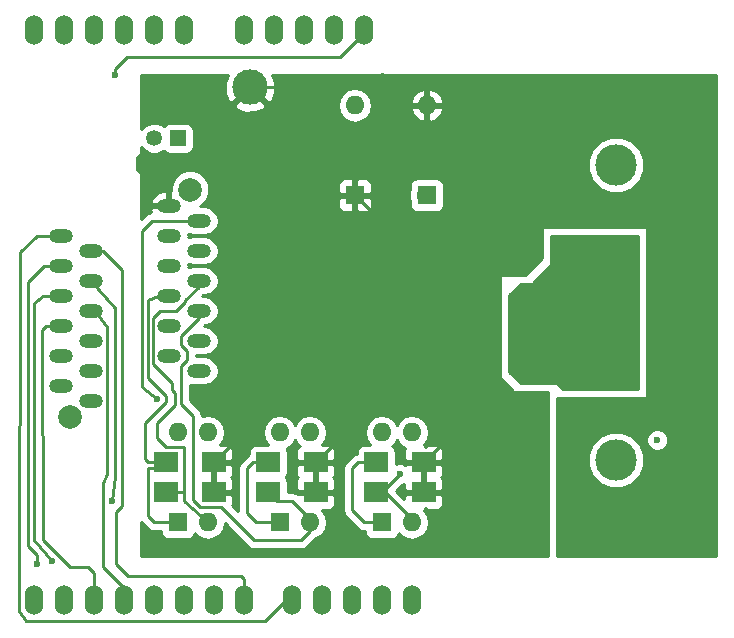
<source format=gbr>
G04 #@! TF.FileFunction,Copper,L2,Bot,Signal*
%FSLAX46Y46*%
G04 Gerber Fmt 4.6, Leading zero omitted, Abs format (unit mm)*
G04 Created by KiCad (PCBNEW 4.0.5) date 01/31/17 23:14:54*
%MOMM*%
%LPD*%
G01*
G04 APERTURE LIST*
%ADD10C,0.100000*%
%ADD11O,2.000000X1.200000*%
%ADD12C,2.000000*%
%ADD13R,1.350000X1.350000*%
%ADD14C,1.350000*%
%ADD15C,3.000000*%
%ADD16R,1.600000X1.600000*%
%ADD17O,1.600000X1.600000*%
%ADD18R,2.000000X1.700000*%
%ADD19C,3.500000*%
%ADD20O,1.524000X2.540000*%
%ADD21C,0.600000*%
%ADD22C,0.250000*%
%ADD23C,0.254000*%
G04 APERTURE END LIST*
D10*
D11*
X159258000Y-97663000D03*
X161798000Y-98933000D03*
X159258000Y-100203000D03*
X161798000Y-101473000D03*
X159258000Y-102743000D03*
X161798000Y-104013000D03*
X159258000Y-105283000D03*
X161798000Y-106553000D03*
X159258000Y-107823000D03*
X161798000Y-109093000D03*
X159258000Y-110363000D03*
X161798000Y-111633000D03*
D12*
X161028000Y-96298000D03*
D13*
X160020000Y-91948000D03*
D14*
X158020000Y-91948000D03*
D15*
X166116000Y-87630000D03*
D16*
X168656000Y-124460000D03*
D17*
X171196000Y-116840000D03*
X171196000Y-124460000D03*
X168656000Y-116840000D03*
D16*
X181102000Y-96774000D03*
D17*
X181102000Y-89154000D03*
D16*
X160020000Y-124460000D03*
D17*
X162560000Y-116840000D03*
X162560000Y-124460000D03*
X160020000Y-116840000D03*
D16*
X177292000Y-124460000D03*
D17*
X179832000Y-116840000D03*
X179832000Y-124460000D03*
X177292000Y-116840000D03*
D16*
X175006000Y-96774000D03*
D17*
X175006000Y-89154000D03*
D18*
X176816000Y-121920000D03*
X180816000Y-121920000D03*
X167672000Y-119380000D03*
X171672000Y-119380000D03*
X167672000Y-121920000D03*
X171672000Y-121920000D03*
X159036000Y-119380000D03*
X163036000Y-119380000D03*
X159036000Y-121920000D03*
X163036000Y-121920000D03*
X176816000Y-119380000D03*
X180816000Y-119380000D03*
D11*
X152654000Y-114173000D03*
X150114000Y-112903000D03*
X152654000Y-111633000D03*
X150114000Y-110363000D03*
X152654000Y-109093000D03*
X150114000Y-107823000D03*
X152654000Y-106553000D03*
X150114000Y-105283000D03*
X152654000Y-104013000D03*
X150114000Y-102743000D03*
X152654000Y-101473000D03*
X150114000Y-100203000D03*
D12*
X150884000Y-115538000D03*
D19*
X197104000Y-94180000D03*
X197104000Y-119180000D03*
D20*
X147828000Y-82804000D03*
X150368000Y-82804000D03*
X152908000Y-82804000D03*
X160528000Y-82804000D03*
X157988000Y-82804000D03*
X155448000Y-82804000D03*
X165608000Y-82804000D03*
X168148000Y-82804000D03*
X170688000Y-82804000D03*
X175768000Y-82804000D03*
X147828000Y-131064000D03*
X150368000Y-131064000D03*
X152908000Y-131064000D03*
X155448000Y-131064000D03*
X157988000Y-131064000D03*
X160528000Y-131064000D03*
X163068000Y-131064000D03*
X165608000Y-131064000D03*
X169672000Y-131064000D03*
X172212000Y-131064000D03*
X174752000Y-131064000D03*
X177292000Y-131064000D03*
X179832000Y-131064000D03*
X173228000Y-82804000D03*
D21*
X188595000Y-114427000D03*
X186690000Y-119380000D03*
X174117000Y-100711000D03*
X170942000Y-90424000D03*
X200660000Y-110744000D03*
X200660000Y-108204000D03*
X200660000Y-105156000D03*
X200660000Y-102616000D03*
X171704000Y-100838000D03*
X183642000Y-104902000D03*
X179832000Y-104648000D03*
X168656000Y-100330000D03*
X192532000Y-111760000D03*
X191008000Y-108712000D03*
X158242000Y-114046000D03*
X178816000Y-120396000D03*
X200600000Y-117500000D03*
X154686000Y-86614000D03*
X149352000Y-127762000D03*
X154432000Y-122682000D03*
X148082000Y-128016000D03*
D22*
X188595000Y-114427000D02*
X185293000Y-111125000D01*
X185293000Y-106553000D02*
X183642000Y-104902000D01*
X185293000Y-111125000D02*
X185293000Y-106553000D01*
X200660000Y-102616000D02*
X200660000Y-99568000D01*
X176784000Y-98552000D02*
X175006000Y-96774000D01*
X199644000Y-98552000D02*
X176784000Y-98552000D01*
X200660000Y-99568000D02*
X199644000Y-98552000D01*
X186690000Y-119380000D02*
X186690000Y-116332000D01*
X186690000Y-116332000D02*
X188595000Y-114427000D01*
X186690000Y-119380000D02*
X180816000Y-119380000D01*
X179832000Y-104648000D02*
X178054000Y-104648000D01*
X178054000Y-104648000D02*
X174117000Y-100711000D01*
X175006000Y-99822000D02*
X175006000Y-96774000D01*
X174117000Y-100711000D02*
X175006000Y-99822000D01*
X171672000Y-119380000D02*
X171704000Y-119380000D01*
X171704000Y-119380000D02*
X174752000Y-116332000D01*
X174752000Y-116332000D02*
X174752000Y-115062000D01*
X174752000Y-115062000D02*
X175260000Y-114554000D01*
X175260000Y-114554000D02*
X178562000Y-114554000D01*
X178562000Y-114554000D02*
X179324000Y-114554000D01*
X179324000Y-114554000D02*
X182118000Y-114554000D01*
X182118000Y-114554000D02*
X182626000Y-115062000D01*
X182626000Y-115062000D02*
X182626000Y-117570000D01*
X182626000Y-117570000D02*
X180816000Y-119380000D01*
X180816000Y-119380000D02*
X180816000Y-118904000D01*
X171672000Y-118904000D02*
X171672000Y-119380000D01*
X163036000Y-119380000D02*
X163068000Y-119380000D01*
X163068000Y-119380000D02*
X166624000Y-115824000D01*
X173482000Y-117570000D02*
X171672000Y-119380000D01*
X173482000Y-115824000D02*
X173482000Y-117570000D01*
X172720000Y-115062000D02*
X173482000Y-115824000D01*
X167132000Y-115062000D02*
X172720000Y-115062000D01*
X166624000Y-115570000D02*
X167132000Y-115062000D01*
X166624000Y-115824000D02*
X166624000Y-115570000D01*
X180816000Y-121920000D02*
X180816000Y-119380000D01*
X171672000Y-121920000D02*
X171672000Y-119380000D01*
X163036000Y-121920000D02*
X163036000Y-119380000D01*
X175006000Y-93472000D02*
X175006000Y-96774000D01*
X171958000Y-90424000D02*
X175006000Y-93472000D01*
X170942000Y-90424000D02*
X171958000Y-90424000D01*
X181102000Y-89154000D02*
X178816000Y-89154000D01*
X177292000Y-87630000D02*
X166116000Y-87630000D01*
X178816000Y-89154000D02*
X177292000Y-87630000D01*
X175006000Y-96774000D02*
X175006000Y-93726000D01*
X175006000Y-93726000D02*
X179578000Y-89154000D01*
X179578000Y-89154000D02*
X181102000Y-89154000D01*
X200660000Y-110490000D02*
X200660000Y-108204000D01*
X200660000Y-110744000D02*
X200660000Y-110490000D01*
X200660000Y-107188000D02*
X200660000Y-105156000D01*
X200660000Y-108204000D02*
X200660000Y-107188000D01*
X200660000Y-102616000D02*
X200660000Y-105156000D01*
X171196000Y-100330000D02*
X168656000Y-100330000D01*
X171704000Y-100838000D02*
X171196000Y-100330000D01*
X183642000Y-104902000D02*
X183388000Y-104648000D01*
X183388000Y-104648000D02*
X179832000Y-104648000D01*
X159258000Y-97663000D02*
X159258000Y-94742000D01*
X159258000Y-94742000D02*
X159512000Y-94488000D01*
X159512000Y-94488000D02*
X167132000Y-94488000D01*
X167132000Y-94488000D02*
X167640000Y-94996000D01*
X167640000Y-94996000D02*
X167640000Y-99314000D01*
X167640000Y-99314000D02*
X168656000Y-100330000D01*
X192532000Y-110236000D02*
X192532000Y-111760000D01*
X191008000Y-108712000D02*
X192532000Y-110236000D01*
X161798000Y-98933000D02*
X157861000Y-98933000D01*
X156972000Y-113030000D02*
X158242000Y-114046000D01*
X156972000Y-99822000D02*
X156972000Y-113030000D01*
X157861000Y-98933000D02*
X156972000Y-99822000D01*
X160528000Y-116840000D02*
X160020000Y-116840000D01*
X163068000Y-116840000D02*
X162814000Y-116840000D01*
X161798000Y-104013000D02*
X161798000Y-104521000D01*
X161798000Y-104521000D02*
X160655000Y-105664000D01*
X160655000Y-105664000D02*
X160655000Y-105791000D01*
X160655000Y-105791000D02*
X159893000Y-106553000D01*
X159893000Y-106553000D02*
X158496000Y-106553000D01*
X158496000Y-106553000D02*
X157930002Y-107118998D01*
X157930002Y-107118998D02*
X157930002Y-111067002D01*
X157930002Y-111067002D02*
X159512000Y-112649000D01*
X159036000Y-121920000D02*
X160528000Y-121920000D01*
X159512000Y-113284000D02*
X159512000Y-112649000D01*
X159512000Y-112649000D02*
X159512000Y-112649000D01*
X159766000Y-113538000D02*
X159512000Y-113284000D01*
X159766000Y-114554000D02*
X159766000Y-113538000D01*
X158242000Y-116078000D02*
X159766000Y-114554000D01*
X158242000Y-117348000D02*
X158242000Y-116078000D01*
X159004000Y-118110000D02*
X158242000Y-117348000D01*
X160528000Y-118110000D02*
X159004000Y-118110000D01*
X160528000Y-118110000D02*
X160528000Y-118110000D01*
X160540390Y-119014488D02*
X160528000Y-118110000D01*
X160528000Y-121920000D02*
X160540390Y-119014488D01*
X162560000Y-124460000D02*
X160528000Y-122682000D01*
X160528000Y-121920000D02*
X159036000Y-121920000D01*
X160528000Y-121920000D02*
X160528000Y-121920000D01*
X160528000Y-122682000D02*
X160528000Y-121920000D01*
X159258000Y-105283000D02*
X158369000Y-105283000D01*
X158369000Y-105283000D02*
X157480000Y-105664000D01*
X157480000Y-105664000D02*
X157480000Y-112268000D01*
X157480000Y-112268000D02*
X159004000Y-113792000D01*
X159004000Y-113792000D02*
X159004000Y-114300000D01*
X159004000Y-114300000D02*
X157226000Y-116078000D01*
X157226000Y-116078000D02*
X157226000Y-119126000D01*
X157226000Y-119126000D02*
X157480000Y-119380000D01*
X157480000Y-119380000D02*
X159036000Y-119380000D01*
X158528000Y-119888000D02*
X157480000Y-119888000D01*
X157988000Y-124460000D02*
X157480000Y-123952000D01*
X157480000Y-123952000D02*
X157480000Y-119888000D01*
X157988000Y-124460000D02*
X160020000Y-124460000D01*
X158528000Y-119888000D02*
X159036000Y-119380000D01*
X171196000Y-124460000D02*
X171196000Y-125222000D01*
X171196000Y-125222000D02*
X170434000Y-125984000D01*
X161798000Y-107188000D02*
X161798000Y-106553000D01*
X160274000Y-108712000D02*
X161798000Y-107188000D01*
X160274000Y-109474000D02*
X160274000Y-108712000D01*
X160782000Y-109982000D02*
X160274000Y-109474000D01*
X160782000Y-110744000D02*
X160782000Y-109982000D01*
X160274000Y-111252000D02*
X160782000Y-110744000D01*
X160274000Y-114427000D02*
X160274000Y-111252000D01*
X161290000Y-115443000D02*
X160274000Y-114427000D01*
X161290000Y-122555000D02*
X161290000Y-115443000D01*
X161925000Y-123190000D02*
X161290000Y-122555000D01*
X163703000Y-123190000D02*
X161925000Y-123190000D01*
X166497000Y-125984000D02*
X163703000Y-123190000D01*
X170434000Y-125984000D02*
X166497000Y-125984000D01*
X171196000Y-124460000D02*
X171196000Y-124206000D01*
X171196000Y-124206000D02*
X169672000Y-122682000D01*
X169672000Y-122682000D02*
X168434000Y-122682000D01*
X168434000Y-122682000D02*
X167672000Y-121920000D01*
X168656000Y-124460000D02*
X166624000Y-124460000D01*
X166370000Y-119380000D02*
X167672000Y-119380000D01*
X165862000Y-119888000D02*
X166370000Y-119380000D01*
X165862000Y-123698000D02*
X165862000Y-119888000D01*
X166624000Y-124460000D02*
X165862000Y-123698000D01*
X176816000Y-121920000D02*
X177292000Y-121920000D01*
X177292000Y-121920000D02*
X178816000Y-120396000D01*
X179832000Y-124460000D02*
X179832000Y-124206000D01*
X179832000Y-124206000D02*
X177546000Y-121920000D01*
X177546000Y-121920000D02*
X176816000Y-121920000D01*
X177292000Y-124460000D02*
X175768000Y-124460000D01*
X175260000Y-119380000D02*
X176816000Y-119380000D01*
X174752000Y-119888000D02*
X175260000Y-119380000D01*
X174752000Y-123444000D02*
X174752000Y-119888000D01*
X175768000Y-124460000D02*
X174752000Y-123444000D01*
X177292000Y-124460000D02*
X177292000Y-123952000D01*
X180340000Y-97028000D02*
X180340000Y-96520000D01*
X175768000Y-82804000D02*
X175768000Y-83058000D01*
X175768000Y-83058000D02*
X173736000Y-85090000D01*
X173736000Y-85090000D02*
X155702000Y-85090000D01*
X155702000Y-85090000D02*
X154686000Y-86106000D01*
X154686000Y-86106000D02*
X154686000Y-86614000D01*
X152908000Y-131064000D02*
X152908000Y-128778000D01*
X148844000Y-107823000D02*
X150114000Y-107823000D01*
X148529247Y-108144527D02*
X148844000Y-107823000D01*
X148590000Y-125984000D02*
X148529247Y-108144527D01*
X150876000Y-128270000D02*
X148590000Y-125984000D01*
X152400000Y-128270000D02*
X150876000Y-128270000D01*
X152908000Y-128778000D02*
X152400000Y-128270000D01*
X152654000Y-106553000D02*
X153035000Y-106553000D01*
X153035000Y-106553000D02*
X154051000Y-107950000D01*
X152527000Y-106426000D02*
X152654000Y-106553000D01*
X154051000Y-120396000D02*
X153670000Y-121158000D01*
X154051000Y-107950000D02*
X154051000Y-120396000D01*
X153670000Y-128270000D02*
X155448000Y-130048000D01*
X153670000Y-121158000D02*
X153670000Y-128270000D01*
X155448000Y-130048000D02*
X155448000Y-131064000D01*
X155448000Y-131064000D02*
X155448000Y-131572000D01*
X150114000Y-105283000D02*
X148591380Y-105268180D01*
X147828000Y-125984000D02*
X149352000Y-127762000D01*
X147828000Y-105918000D02*
X147828000Y-125984000D01*
X148591380Y-105268180D02*
X147828000Y-105918000D01*
X154686000Y-106299000D02*
X152654000Y-104013000D01*
X154686000Y-120523000D02*
X154686000Y-106299000D01*
X154432000Y-122682000D02*
X154686000Y-120523000D01*
X150114000Y-102743000D02*
X148717000Y-102743000D01*
X148082000Y-127254000D02*
X148082000Y-128016000D01*
X147320000Y-126492000D02*
X148082000Y-127254000D01*
X147320000Y-104140000D02*
X147320000Y-126492000D01*
X148717000Y-102743000D02*
X147320000Y-104140000D01*
X153670000Y-101473000D02*
X152654000Y-101473000D01*
X155321000Y-103124000D02*
X153670000Y-101473000D01*
X155321000Y-123063000D02*
X155321000Y-103124000D01*
X154813000Y-123571000D02*
X155321000Y-123063000D01*
X165608000Y-131064000D02*
X165608000Y-129286000D01*
X154813000Y-128016000D02*
X154813000Y-123571000D01*
X155829000Y-129032000D02*
X154813000Y-128016000D01*
X165354000Y-129032000D02*
X155829000Y-129032000D01*
X165608000Y-129286000D02*
X165354000Y-129032000D01*
X165608000Y-131064000D02*
X165608000Y-129794000D01*
X169672000Y-131064000D02*
X169164000Y-131064000D01*
X169164000Y-131064000D02*
X167386000Y-132842000D01*
X148082000Y-100203000D02*
X150114000Y-100203000D01*
X146685000Y-101600000D02*
X148082000Y-100203000D01*
X146558000Y-131191000D02*
X146685000Y-101600000D01*
X146558000Y-131953000D02*
X146558000Y-131191000D01*
X147193000Y-132842000D02*
X146558000Y-131953000D01*
X167386000Y-132842000D02*
X147193000Y-132842000D01*
D23*
G36*
X199009000Y-113157000D02*
X192584606Y-113157000D01*
X192113803Y-112686197D01*
X192071789Y-112658334D01*
X192024000Y-112649000D01*
X189028606Y-112649000D01*
X188087000Y-111707394D01*
X188087000Y-105208606D01*
X189028606Y-104267000D01*
X189992000Y-104267000D01*
X190041410Y-104256994D01*
X190081803Y-104229803D01*
X191605803Y-102705803D01*
X191633666Y-102663789D01*
X191643000Y-102616000D01*
X191643000Y-100203000D01*
X199009000Y-100203000D01*
X199009000Y-113157000D01*
X199009000Y-113157000D01*
G37*
X199009000Y-113157000D02*
X192584606Y-113157000D01*
X192113803Y-112686197D01*
X192071789Y-112658334D01*
X192024000Y-112649000D01*
X189028606Y-112649000D01*
X188087000Y-111707394D01*
X188087000Y-105208606D01*
X189028606Y-104267000D01*
X189992000Y-104267000D01*
X190041410Y-104256994D01*
X190081803Y-104229803D01*
X191605803Y-102705803D01*
X191633666Y-102663789D01*
X191643000Y-102616000D01*
X191643000Y-100203000D01*
X199009000Y-100203000D01*
X199009000Y-113157000D01*
G36*
X177546000Y-86562000D02*
X205538000Y-86562000D01*
X205538000Y-127306000D01*
X192151000Y-127306000D01*
X192151000Y-119652325D01*
X194718587Y-119652325D01*
X195080916Y-120529229D01*
X195751242Y-121200726D01*
X196627513Y-121564585D01*
X197576325Y-121565413D01*
X198453229Y-121203084D01*
X199124726Y-120532758D01*
X199488585Y-119656487D01*
X199489413Y-118707675D01*
X199127084Y-117830771D01*
X198981734Y-117685167D01*
X199664838Y-117685167D01*
X199806883Y-118028943D01*
X200069673Y-118292192D01*
X200413201Y-118434838D01*
X200785167Y-118435162D01*
X201128943Y-118293117D01*
X201392192Y-118030327D01*
X201534838Y-117686799D01*
X201535162Y-117314833D01*
X201393117Y-116971057D01*
X201130327Y-116707808D01*
X200786799Y-116565162D01*
X200414833Y-116564838D01*
X200071057Y-116706883D01*
X199807808Y-116969673D01*
X199665162Y-117313201D01*
X199664838Y-117685167D01*
X198981734Y-117685167D01*
X198456758Y-117159274D01*
X197580487Y-116795415D01*
X196631675Y-116794587D01*
X195754771Y-117156916D01*
X195083274Y-117827242D01*
X194719415Y-118703513D01*
X194718587Y-119652325D01*
X192151000Y-119652325D01*
X192151000Y-113919000D01*
X199644000Y-113919000D01*
X199693410Y-113908994D01*
X199735035Y-113880553D01*
X199762315Y-113838159D01*
X199771000Y-113792000D01*
X199771000Y-99568000D01*
X199760994Y-99518590D01*
X199732553Y-99476965D01*
X199690159Y-99449685D01*
X199644000Y-99441000D01*
X191008000Y-99441000D01*
X190958590Y-99451006D01*
X190916965Y-99479447D01*
X190889685Y-99521841D01*
X190881000Y-99568000D01*
X190881000Y-102055394D01*
X189431394Y-103505000D01*
X187452000Y-103505000D01*
X187402590Y-103515006D01*
X187360965Y-103543447D01*
X187333685Y-103585841D01*
X187325000Y-103632000D01*
X187325000Y-112268000D01*
X187335006Y-112317410D01*
X187362197Y-112357803D01*
X188378197Y-113373803D01*
X188420211Y-113401666D01*
X188468000Y-113411000D01*
X191389000Y-113411000D01*
X191389000Y-127306000D01*
X156920000Y-127306000D01*
X156920000Y-124455579D01*
X156942599Y-124489401D01*
X157450599Y-124997401D01*
X157697161Y-125162148D01*
X157988000Y-125220000D01*
X158572560Y-125220000D01*
X158572560Y-125260000D01*
X158616838Y-125495317D01*
X158755910Y-125711441D01*
X158968110Y-125856431D01*
X159220000Y-125907440D01*
X160820000Y-125907440D01*
X161055317Y-125863162D01*
X161271441Y-125724090D01*
X161416431Y-125511890D01*
X161447815Y-125356911D01*
X161545302Y-125502811D01*
X162010849Y-125813880D01*
X162560000Y-125923113D01*
X163109151Y-125813880D01*
X163574698Y-125502811D01*
X163885767Y-125037264D01*
X163983604Y-124545406D01*
X165959599Y-126521401D01*
X166206161Y-126686148D01*
X166497000Y-126744000D01*
X170434000Y-126744000D01*
X170724839Y-126686148D01*
X170971401Y-126521401D01*
X171662477Y-125830325D01*
X171745151Y-125813880D01*
X172210698Y-125502811D01*
X172521767Y-125037264D01*
X172631000Y-124488113D01*
X172631000Y-124431887D01*
X172521767Y-123882736D01*
X172210698Y-123417189D01*
X172192456Y-123405000D01*
X172798309Y-123405000D01*
X173031698Y-123308327D01*
X173210327Y-123129699D01*
X173307000Y-122896310D01*
X173307000Y-122205750D01*
X173148250Y-122047000D01*
X171799000Y-122047000D01*
X171799000Y-122067000D01*
X171545000Y-122067000D01*
X171545000Y-122047000D01*
X170195750Y-122047000D01*
X170142711Y-122100039D01*
X169962839Y-121979852D01*
X169672000Y-121922000D01*
X169319440Y-121922000D01*
X169319440Y-121070000D01*
X169275162Y-120834683D01*
X169154985Y-120647923D01*
X169268431Y-120481890D01*
X169319440Y-120230000D01*
X169319440Y-119665750D01*
X170037000Y-119665750D01*
X170037000Y-120356310D01*
X170133673Y-120589699D01*
X170193974Y-120650000D01*
X170133673Y-120710301D01*
X170037000Y-120943690D01*
X170037000Y-121634250D01*
X170195750Y-121793000D01*
X171545000Y-121793000D01*
X171545000Y-119507000D01*
X171799000Y-119507000D01*
X171799000Y-121793000D01*
X173148250Y-121793000D01*
X173307000Y-121634250D01*
X173307000Y-120943690D01*
X173210327Y-120710301D01*
X173150026Y-120650000D01*
X173210327Y-120589699D01*
X173307000Y-120356310D01*
X173307000Y-119888000D01*
X173992000Y-119888000D01*
X173992000Y-123444000D01*
X174049852Y-123734839D01*
X174214599Y-123981401D01*
X175230599Y-124997401D01*
X175477161Y-125162148D01*
X175768000Y-125220000D01*
X175844560Y-125220000D01*
X175844560Y-125260000D01*
X175888838Y-125495317D01*
X176027910Y-125711441D01*
X176240110Y-125856431D01*
X176492000Y-125907440D01*
X178092000Y-125907440D01*
X178327317Y-125863162D01*
X178543441Y-125724090D01*
X178688431Y-125511890D01*
X178719815Y-125356911D01*
X178817302Y-125502811D01*
X179282849Y-125813880D01*
X179832000Y-125923113D01*
X180381151Y-125813880D01*
X180846698Y-125502811D01*
X181157767Y-125037264D01*
X181267000Y-124488113D01*
X181267000Y-124431887D01*
X181157767Y-123882736D01*
X180846698Y-123417189D01*
X180828456Y-123405000D01*
X180943002Y-123405000D01*
X180943002Y-123246252D01*
X181101750Y-123405000D01*
X181942309Y-123405000D01*
X182175698Y-123308327D01*
X182354327Y-123129699D01*
X182451000Y-122896310D01*
X182451000Y-122205750D01*
X182292250Y-122047000D01*
X180943000Y-122047000D01*
X180943000Y-122067000D01*
X180689000Y-122067000D01*
X180689000Y-122047000D01*
X179339750Y-122047000D01*
X179181000Y-122205750D01*
X179181000Y-122480198D01*
X178493802Y-121793000D01*
X178955680Y-121331122D01*
X179001167Y-121331162D01*
X179181000Y-121256857D01*
X179181000Y-121634250D01*
X179339750Y-121793000D01*
X180689000Y-121793000D01*
X180689000Y-119507000D01*
X180943000Y-119507000D01*
X180943000Y-121793000D01*
X182292250Y-121793000D01*
X182451000Y-121634250D01*
X182451000Y-120943690D01*
X182354327Y-120710301D01*
X182294026Y-120650000D01*
X182354327Y-120589699D01*
X182451000Y-120356310D01*
X182451000Y-119665750D01*
X182292250Y-119507000D01*
X180943000Y-119507000D01*
X180689000Y-119507000D01*
X179339750Y-119507000D01*
X179273276Y-119573474D01*
X179002799Y-119461162D01*
X178630833Y-119460838D01*
X178463440Y-119530003D01*
X178463440Y-118530000D01*
X178419162Y-118294683D01*
X178280090Y-118078559D01*
X178148403Y-117988581D01*
X178306698Y-117882811D01*
X178562000Y-117500725D01*
X178817302Y-117882811D01*
X179271145Y-118186060D01*
X179181000Y-118403690D01*
X179181000Y-119094250D01*
X179339750Y-119253000D01*
X180689000Y-119253000D01*
X180689000Y-119233000D01*
X180943000Y-119233000D01*
X180943000Y-119253000D01*
X182292250Y-119253000D01*
X182451000Y-119094250D01*
X182451000Y-118403690D01*
X182354327Y-118170301D01*
X182175698Y-117991673D01*
X181942309Y-117895000D01*
X181101750Y-117895000D01*
X180943002Y-118053748D01*
X180943002Y-117895000D01*
X180828456Y-117895000D01*
X180846698Y-117882811D01*
X181157767Y-117417264D01*
X181267000Y-116868113D01*
X181267000Y-116811887D01*
X181157767Y-116262736D01*
X180846698Y-115797189D01*
X180381151Y-115486120D01*
X179832000Y-115376887D01*
X179282849Y-115486120D01*
X178817302Y-115797189D01*
X178562000Y-116179275D01*
X178306698Y-115797189D01*
X177841151Y-115486120D01*
X177292000Y-115376887D01*
X176742849Y-115486120D01*
X176277302Y-115797189D01*
X175966233Y-116262736D01*
X175857000Y-116811887D01*
X175857000Y-116868113D01*
X175966233Y-117417264D01*
X176277134Y-117882560D01*
X175816000Y-117882560D01*
X175580683Y-117926838D01*
X175364559Y-118065910D01*
X175219569Y-118278110D01*
X175168560Y-118530000D01*
X175168560Y-118638189D01*
X174969161Y-118677852D01*
X174768172Y-118812148D01*
X174722599Y-118842599D01*
X174214599Y-119350599D01*
X174049852Y-119597161D01*
X173992000Y-119888000D01*
X173307000Y-119888000D01*
X173307000Y-119665750D01*
X173148250Y-119507000D01*
X171799000Y-119507000D01*
X171545000Y-119507000D01*
X170195750Y-119507000D01*
X170037000Y-119665750D01*
X169319440Y-119665750D01*
X169319440Y-118530000D01*
X169275162Y-118294683D01*
X169208750Y-118191475D01*
X169670698Y-117882811D01*
X169926000Y-117500725D01*
X170181302Y-117882811D01*
X170332009Y-117983510D01*
X170312302Y-117991673D01*
X170133673Y-118170301D01*
X170037000Y-118403690D01*
X170037000Y-119094250D01*
X170195750Y-119253000D01*
X171545000Y-119253000D01*
X171545000Y-119233000D01*
X171799000Y-119233000D01*
X171799000Y-119253000D01*
X173148250Y-119253000D01*
X173307000Y-119094250D01*
X173307000Y-118403690D01*
X173210327Y-118170301D01*
X173031698Y-117991673D01*
X172798309Y-117895000D01*
X172192456Y-117895000D01*
X172210698Y-117882811D01*
X172521767Y-117417264D01*
X172631000Y-116868113D01*
X172631000Y-116811887D01*
X172521767Y-116262736D01*
X172210698Y-115797189D01*
X171745151Y-115486120D01*
X171196000Y-115376887D01*
X170646849Y-115486120D01*
X170181302Y-115797189D01*
X169926000Y-116179275D01*
X169670698Y-115797189D01*
X169205151Y-115486120D01*
X168656000Y-115376887D01*
X168106849Y-115486120D01*
X167641302Y-115797189D01*
X167330233Y-116262736D01*
X167221000Y-116811887D01*
X167221000Y-116868113D01*
X167330233Y-117417264D01*
X167641134Y-117882560D01*
X166672000Y-117882560D01*
X166436683Y-117926838D01*
X166220559Y-118065910D01*
X166075569Y-118278110D01*
X166024560Y-118530000D01*
X166024560Y-118714335D01*
X165878172Y-118812148D01*
X165832599Y-118842599D01*
X165324599Y-119350599D01*
X165159852Y-119597161D01*
X165102000Y-119888000D01*
X165102000Y-123514198D01*
X164616262Y-123028460D01*
X164671000Y-122896310D01*
X164671000Y-122205750D01*
X164512250Y-122047000D01*
X163163000Y-122047000D01*
X163163000Y-122067000D01*
X162909000Y-122067000D01*
X162909000Y-122047000D01*
X162889000Y-122047000D01*
X162889000Y-121793000D01*
X162909000Y-121793000D01*
X162909000Y-119507000D01*
X163163000Y-119507000D01*
X163163000Y-121793000D01*
X164512250Y-121793000D01*
X164671000Y-121634250D01*
X164671000Y-120943690D01*
X164574327Y-120710301D01*
X164514026Y-120650000D01*
X164574327Y-120589699D01*
X164671000Y-120356310D01*
X164671000Y-119665750D01*
X164512250Y-119507000D01*
X163163000Y-119507000D01*
X162909000Y-119507000D01*
X162889000Y-119507000D01*
X162889000Y-119253000D01*
X162909000Y-119253000D01*
X162909000Y-119233000D01*
X163163000Y-119233000D01*
X163163000Y-119253000D01*
X164512250Y-119253000D01*
X164671000Y-119094250D01*
X164671000Y-118403690D01*
X164574327Y-118170301D01*
X164395698Y-117991673D01*
X164162309Y-117895000D01*
X163556456Y-117895000D01*
X163574698Y-117882811D01*
X163885767Y-117417264D01*
X163995000Y-116868113D01*
X163995000Y-116811887D01*
X163885767Y-116262736D01*
X163574698Y-115797189D01*
X163109151Y-115486120D01*
X162560000Y-115376887D01*
X162050000Y-115478332D01*
X162050000Y-115443000D01*
X161992148Y-115152161D01*
X161827401Y-114905599D01*
X161034000Y-114112198D01*
X161034000Y-112801967D01*
X161365968Y-112868000D01*
X162230032Y-112868000D01*
X162702646Y-112773991D01*
X163103309Y-112506277D01*
X163371023Y-112105614D01*
X163465032Y-111633000D01*
X163371023Y-111160386D01*
X163103309Y-110759723D01*
X162702646Y-110492009D01*
X162230032Y-110398000D01*
X161542000Y-110398000D01*
X161542000Y-110328000D01*
X162230032Y-110328000D01*
X162702646Y-110233991D01*
X163103309Y-109966277D01*
X163371023Y-109565614D01*
X163465032Y-109093000D01*
X163371023Y-108620386D01*
X163103309Y-108219723D01*
X162702646Y-107952009D01*
X162230032Y-107858000D01*
X162202802Y-107858000D01*
X162283422Y-107777380D01*
X162702646Y-107693991D01*
X163103309Y-107426277D01*
X163371023Y-107025614D01*
X163465032Y-106553000D01*
X163371023Y-106080386D01*
X163103309Y-105679723D01*
X162702646Y-105412009D01*
X162230032Y-105318000D01*
X162075802Y-105318000D01*
X162145802Y-105248000D01*
X162230032Y-105248000D01*
X162702646Y-105153991D01*
X163103309Y-104886277D01*
X163371023Y-104485614D01*
X163465032Y-104013000D01*
X163371023Y-103540386D01*
X163103309Y-103139723D01*
X162702646Y-102872009D01*
X162230032Y-102778000D01*
X161365968Y-102778000D01*
X160899618Y-102870763D01*
X160925032Y-102743000D01*
X160899618Y-102615237D01*
X161365968Y-102708000D01*
X162230032Y-102708000D01*
X162702646Y-102613991D01*
X163103309Y-102346277D01*
X163371023Y-101945614D01*
X163465032Y-101473000D01*
X163371023Y-101000386D01*
X163103309Y-100599723D01*
X162702646Y-100332009D01*
X162230032Y-100238000D01*
X161365968Y-100238000D01*
X160899618Y-100330763D01*
X160925032Y-100203000D01*
X160899618Y-100075237D01*
X161365968Y-100168000D01*
X162230032Y-100168000D01*
X162702646Y-100073991D01*
X163103309Y-99806277D01*
X163371023Y-99405614D01*
X163465032Y-98933000D01*
X163371023Y-98460386D01*
X163103309Y-98059723D01*
X162702646Y-97792009D01*
X162230032Y-97698000D01*
X161921224Y-97698000D01*
X161952943Y-97684894D01*
X162413278Y-97225363D01*
X162482046Y-97059750D01*
X173571000Y-97059750D01*
X173571000Y-97700309D01*
X173667673Y-97933698D01*
X173846301Y-98112327D01*
X174079690Y-98209000D01*
X174720250Y-98209000D01*
X174879000Y-98050250D01*
X174879000Y-96901000D01*
X175133000Y-96901000D01*
X175133000Y-98050250D01*
X175291750Y-98209000D01*
X175932310Y-98209000D01*
X176165699Y-98112327D01*
X176344327Y-97933698D01*
X176441000Y-97700309D01*
X176441000Y-97059750D01*
X176282250Y-96901000D01*
X175133000Y-96901000D01*
X174879000Y-96901000D01*
X173729750Y-96901000D01*
X173571000Y-97059750D01*
X162482046Y-97059750D01*
X162662716Y-96624648D01*
X162663284Y-95974205D01*
X162611010Y-95847691D01*
X173571000Y-95847691D01*
X173571000Y-96488250D01*
X173729750Y-96647000D01*
X174879000Y-96647000D01*
X174879000Y-95497750D01*
X175133000Y-95497750D01*
X175133000Y-96647000D01*
X176282250Y-96647000D01*
X176409250Y-96520000D01*
X179580000Y-96520000D01*
X179580000Y-97028000D01*
X179637852Y-97318839D01*
X179654560Y-97343844D01*
X179654560Y-97574000D01*
X179698838Y-97809317D01*
X179837910Y-98025441D01*
X180050110Y-98170431D01*
X180302000Y-98221440D01*
X181902000Y-98221440D01*
X182137317Y-98177162D01*
X182353441Y-98038090D01*
X182498431Y-97825890D01*
X182549440Y-97574000D01*
X182549440Y-95974000D01*
X182505162Y-95738683D01*
X182366090Y-95522559D01*
X182153890Y-95377569D01*
X181902000Y-95326560D01*
X180302000Y-95326560D01*
X180066683Y-95370838D01*
X179850559Y-95509910D01*
X179705569Y-95722110D01*
X179654560Y-95974000D01*
X179654560Y-96204156D01*
X179637852Y-96229161D01*
X179580000Y-96520000D01*
X176409250Y-96520000D01*
X176441000Y-96488250D01*
X176441000Y-95847691D01*
X176344327Y-95614302D01*
X176165699Y-95435673D01*
X175932310Y-95339000D01*
X175291750Y-95339000D01*
X175133000Y-95497750D01*
X174879000Y-95497750D01*
X174720250Y-95339000D01*
X174079690Y-95339000D01*
X173846301Y-95435673D01*
X173667673Y-95614302D01*
X173571000Y-95847691D01*
X162611010Y-95847691D01*
X162414894Y-95373057D01*
X161955363Y-94912722D01*
X161354648Y-94663284D01*
X160704205Y-94662716D01*
X160103057Y-94911106D01*
X159642722Y-95370637D01*
X159393284Y-95971352D01*
X159392885Y-96428000D01*
X159385000Y-96428000D01*
X159385000Y-97536000D01*
X159405000Y-97536000D01*
X159405000Y-97790000D01*
X159385000Y-97790000D01*
X159385000Y-97810000D01*
X159131000Y-97810000D01*
X159131000Y-97790000D01*
X157789269Y-97790000D01*
X157664538Y-97980609D01*
X157668408Y-98018281D01*
X157760797Y-98192932D01*
X157570161Y-98230852D01*
X157323599Y-98395599D01*
X156920000Y-98799198D01*
X156920000Y-97345391D01*
X157664538Y-97345391D01*
X157789269Y-97536000D01*
X159131000Y-97536000D01*
X159131000Y-96428000D01*
X158731000Y-96428000D01*
X158268053Y-96570610D01*
X157894920Y-96879526D01*
X157668408Y-97307719D01*
X157664538Y-97345391D01*
X156920000Y-97345391D01*
X156920000Y-95250000D01*
X156865954Y-94978295D01*
X156712046Y-94747954D01*
X156591000Y-94667074D01*
X156591000Y-94652325D01*
X194718587Y-94652325D01*
X195080916Y-95529229D01*
X195751242Y-96200726D01*
X196627513Y-96564585D01*
X197576325Y-96565413D01*
X198453229Y-96203084D01*
X199124726Y-95532758D01*
X199488585Y-94656487D01*
X199489413Y-93707675D01*
X199127084Y-92830771D01*
X198456758Y-92159274D01*
X197580487Y-91795415D01*
X196631675Y-91794587D01*
X195754771Y-92156916D01*
X195083274Y-92827242D01*
X194719415Y-93703513D01*
X194718587Y-94652325D01*
X156591000Y-94652325D01*
X156591000Y-93546926D01*
X156712046Y-93466046D01*
X156865954Y-93235705D01*
X156920000Y-92964000D01*
X156920000Y-92700317D01*
X157276976Y-93057916D01*
X157758282Y-93257772D01*
X158279432Y-93258226D01*
X158761086Y-93059211D01*
X158828077Y-92992337D01*
X158880910Y-93074441D01*
X159093110Y-93219431D01*
X159345000Y-93270440D01*
X160695000Y-93270440D01*
X160930317Y-93226162D01*
X161146441Y-93087090D01*
X161291431Y-92874890D01*
X161342440Y-92623000D01*
X161342440Y-91273000D01*
X161298162Y-91037683D01*
X161159090Y-90821559D01*
X160946890Y-90676569D01*
X160695000Y-90625560D01*
X159345000Y-90625560D01*
X159109683Y-90669838D01*
X158893559Y-90808910D01*
X158828684Y-90903858D01*
X158763024Y-90838084D01*
X158281718Y-90638228D01*
X157760568Y-90637774D01*
X157278914Y-90836789D01*
X156920000Y-91195077D01*
X156920000Y-89143970D01*
X164781635Y-89143970D01*
X164941418Y-89462739D01*
X165732187Y-89772723D01*
X166581387Y-89756497D01*
X167290582Y-89462739D01*
X167450365Y-89143970D01*
X167432282Y-89125887D01*
X173571000Y-89125887D01*
X173571000Y-89182113D01*
X173680233Y-89731264D01*
X173991302Y-90196811D01*
X174456849Y-90507880D01*
X175006000Y-90617113D01*
X175555151Y-90507880D01*
X176020698Y-90196811D01*
X176331767Y-89731264D01*
X176377163Y-89503041D01*
X179710086Y-89503041D01*
X179949611Y-90009134D01*
X180364577Y-90385041D01*
X180752961Y-90545904D01*
X180975000Y-90423915D01*
X180975000Y-89281000D01*
X181229000Y-89281000D01*
X181229000Y-90423915D01*
X181451039Y-90545904D01*
X181839423Y-90385041D01*
X182254389Y-90009134D01*
X182493914Y-89503041D01*
X182372629Y-89281000D01*
X181229000Y-89281000D01*
X180975000Y-89281000D01*
X179831371Y-89281000D01*
X179710086Y-89503041D01*
X176377163Y-89503041D01*
X176441000Y-89182113D01*
X176441000Y-89125887D01*
X176377164Y-88804959D01*
X179710086Y-88804959D01*
X179831371Y-89027000D01*
X180975000Y-89027000D01*
X180975000Y-87884085D01*
X181229000Y-87884085D01*
X181229000Y-89027000D01*
X182372629Y-89027000D01*
X182493914Y-88804959D01*
X182254389Y-88298866D01*
X181839423Y-87922959D01*
X181451039Y-87762096D01*
X181229000Y-87884085D01*
X180975000Y-87884085D01*
X180752961Y-87762096D01*
X180364577Y-87922959D01*
X179949611Y-88298866D01*
X179710086Y-88804959D01*
X176377164Y-88804959D01*
X176331767Y-88576736D01*
X176020698Y-88111189D01*
X175555151Y-87800120D01*
X175006000Y-87690887D01*
X174456849Y-87800120D01*
X173991302Y-88111189D01*
X173680233Y-88576736D01*
X173571000Y-89125887D01*
X167432282Y-89125887D01*
X166116000Y-87809605D01*
X164781635Y-89143970D01*
X156920000Y-89143970D01*
X156920000Y-86562000D01*
X164241481Y-86562000D01*
X163973277Y-87246187D01*
X163989503Y-88095387D01*
X164283261Y-88804582D01*
X164602030Y-88964365D01*
X165936395Y-87630000D01*
X165922253Y-87615858D01*
X166101858Y-87436253D01*
X166116000Y-87450395D01*
X166130143Y-87436253D01*
X166309748Y-87615858D01*
X166295605Y-87630000D01*
X167629970Y-88964365D01*
X167948739Y-88804582D01*
X168258723Y-88013813D01*
X168242497Y-87164613D01*
X167992887Y-86562000D01*
X177038000Y-86562000D01*
X177292000Y-86511476D01*
X177546000Y-86562000D01*
X177546000Y-86562000D01*
G37*
X177546000Y-86562000D02*
X205538000Y-86562000D01*
X205538000Y-127306000D01*
X192151000Y-127306000D01*
X192151000Y-119652325D01*
X194718587Y-119652325D01*
X195080916Y-120529229D01*
X195751242Y-121200726D01*
X196627513Y-121564585D01*
X197576325Y-121565413D01*
X198453229Y-121203084D01*
X199124726Y-120532758D01*
X199488585Y-119656487D01*
X199489413Y-118707675D01*
X199127084Y-117830771D01*
X198981734Y-117685167D01*
X199664838Y-117685167D01*
X199806883Y-118028943D01*
X200069673Y-118292192D01*
X200413201Y-118434838D01*
X200785167Y-118435162D01*
X201128943Y-118293117D01*
X201392192Y-118030327D01*
X201534838Y-117686799D01*
X201535162Y-117314833D01*
X201393117Y-116971057D01*
X201130327Y-116707808D01*
X200786799Y-116565162D01*
X200414833Y-116564838D01*
X200071057Y-116706883D01*
X199807808Y-116969673D01*
X199665162Y-117313201D01*
X199664838Y-117685167D01*
X198981734Y-117685167D01*
X198456758Y-117159274D01*
X197580487Y-116795415D01*
X196631675Y-116794587D01*
X195754771Y-117156916D01*
X195083274Y-117827242D01*
X194719415Y-118703513D01*
X194718587Y-119652325D01*
X192151000Y-119652325D01*
X192151000Y-113919000D01*
X199644000Y-113919000D01*
X199693410Y-113908994D01*
X199735035Y-113880553D01*
X199762315Y-113838159D01*
X199771000Y-113792000D01*
X199771000Y-99568000D01*
X199760994Y-99518590D01*
X199732553Y-99476965D01*
X199690159Y-99449685D01*
X199644000Y-99441000D01*
X191008000Y-99441000D01*
X190958590Y-99451006D01*
X190916965Y-99479447D01*
X190889685Y-99521841D01*
X190881000Y-99568000D01*
X190881000Y-102055394D01*
X189431394Y-103505000D01*
X187452000Y-103505000D01*
X187402590Y-103515006D01*
X187360965Y-103543447D01*
X187333685Y-103585841D01*
X187325000Y-103632000D01*
X187325000Y-112268000D01*
X187335006Y-112317410D01*
X187362197Y-112357803D01*
X188378197Y-113373803D01*
X188420211Y-113401666D01*
X188468000Y-113411000D01*
X191389000Y-113411000D01*
X191389000Y-127306000D01*
X156920000Y-127306000D01*
X156920000Y-124455579D01*
X156942599Y-124489401D01*
X157450599Y-124997401D01*
X157697161Y-125162148D01*
X157988000Y-125220000D01*
X158572560Y-125220000D01*
X158572560Y-125260000D01*
X158616838Y-125495317D01*
X158755910Y-125711441D01*
X158968110Y-125856431D01*
X159220000Y-125907440D01*
X160820000Y-125907440D01*
X161055317Y-125863162D01*
X161271441Y-125724090D01*
X161416431Y-125511890D01*
X161447815Y-125356911D01*
X161545302Y-125502811D01*
X162010849Y-125813880D01*
X162560000Y-125923113D01*
X163109151Y-125813880D01*
X163574698Y-125502811D01*
X163885767Y-125037264D01*
X163983604Y-124545406D01*
X165959599Y-126521401D01*
X166206161Y-126686148D01*
X166497000Y-126744000D01*
X170434000Y-126744000D01*
X170724839Y-126686148D01*
X170971401Y-126521401D01*
X171662477Y-125830325D01*
X171745151Y-125813880D01*
X172210698Y-125502811D01*
X172521767Y-125037264D01*
X172631000Y-124488113D01*
X172631000Y-124431887D01*
X172521767Y-123882736D01*
X172210698Y-123417189D01*
X172192456Y-123405000D01*
X172798309Y-123405000D01*
X173031698Y-123308327D01*
X173210327Y-123129699D01*
X173307000Y-122896310D01*
X173307000Y-122205750D01*
X173148250Y-122047000D01*
X171799000Y-122047000D01*
X171799000Y-122067000D01*
X171545000Y-122067000D01*
X171545000Y-122047000D01*
X170195750Y-122047000D01*
X170142711Y-122100039D01*
X169962839Y-121979852D01*
X169672000Y-121922000D01*
X169319440Y-121922000D01*
X169319440Y-121070000D01*
X169275162Y-120834683D01*
X169154985Y-120647923D01*
X169268431Y-120481890D01*
X169319440Y-120230000D01*
X169319440Y-119665750D01*
X170037000Y-119665750D01*
X170037000Y-120356310D01*
X170133673Y-120589699D01*
X170193974Y-120650000D01*
X170133673Y-120710301D01*
X170037000Y-120943690D01*
X170037000Y-121634250D01*
X170195750Y-121793000D01*
X171545000Y-121793000D01*
X171545000Y-119507000D01*
X171799000Y-119507000D01*
X171799000Y-121793000D01*
X173148250Y-121793000D01*
X173307000Y-121634250D01*
X173307000Y-120943690D01*
X173210327Y-120710301D01*
X173150026Y-120650000D01*
X173210327Y-120589699D01*
X173307000Y-120356310D01*
X173307000Y-119888000D01*
X173992000Y-119888000D01*
X173992000Y-123444000D01*
X174049852Y-123734839D01*
X174214599Y-123981401D01*
X175230599Y-124997401D01*
X175477161Y-125162148D01*
X175768000Y-125220000D01*
X175844560Y-125220000D01*
X175844560Y-125260000D01*
X175888838Y-125495317D01*
X176027910Y-125711441D01*
X176240110Y-125856431D01*
X176492000Y-125907440D01*
X178092000Y-125907440D01*
X178327317Y-125863162D01*
X178543441Y-125724090D01*
X178688431Y-125511890D01*
X178719815Y-125356911D01*
X178817302Y-125502811D01*
X179282849Y-125813880D01*
X179832000Y-125923113D01*
X180381151Y-125813880D01*
X180846698Y-125502811D01*
X181157767Y-125037264D01*
X181267000Y-124488113D01*
X181267000Y-124431887D01*
X181157767Y-123882736D01*
X180846698Y-123417189D01*
X180828456Y-123405000D01*
X180943002Y-123405000D01*
X180943002Y-123246252D01*
X181101750Y-123405000D01*
X181942309Y-123405000D01*
X182175698Y-123308327D01*
X182354327Y-123129699D01*
X182451000Y-122896310D01*
X182451000Y-122205750D01*
X182292250Y-122047000D01*
X180943000Y-122047000D01*
X180943000Y-122067000D01*
X180689000Y-122067000D01*
X180689000Y-122047000D01*
X179339750Y-122047000D01*
X179181000Y-122205750D01*
X179181000Y-122480198D01*
X178493802Y-121793000D01*
X178955680Y-121331122D01*
X179001167Y-121331162D01*
X179181000Y-121256857D01*
X179181000Y-121634250D01*
X179339750Y-121793000D01*
X180689000Y-121793000D01*
X180689000Y-119507000D01*
X180943000Y-119507000D01*
X180943000Y-121793000D01*
X182292250Y-121793000D01*
X182451000Y-121634250D01*
X182451000Y-120943690D01*
X182354327Y-120710301D01*
X182294026Y-120650000D01*
X182354327Y-120589699D01*
X182451000Y-120356310D01*
X182451000Y-119665750D01*
X182292250Y-119507000D01*
X180943000Y-119507000D01*
X180689000Y-119507000D01*
X179339750Y-119507000D01*
X179273276Y-119573474D01*
X179002799Y-119461162D01*
X178630833Y-119460838D01*
X178463440Y-119530003D01*
X178463440Y-118530000D01*
X178419162Y-118294683D01*
X178280090Y-118078559D01*
X178148403Y-117988581D01*
X178306698Y-117882811D01*
X178562000Y-117500725D01*
X178817302Y-117882811D01*
X179271145Y-118186060D01*
X179181000Y-118403690D01*
X179181000Y-119094250D01*
X179339750Y-119253000D01*
X180689000Y-119253000D01*
X180689000Y-119233000D01*
X180943000Y-119233000D01*
X180943000Y-119253000D01*
X182292250Y-119253000D01*
X182451000Y-119094250D01*
X182451000Y-118403690D01*
X182354327Y-118170301D01*
X182175698Y-117991673D01*
X181942309Y-117895000D01*
X181101750Y-117895000D01*
X180943002Y-118053748D01*
X180943002Y-117895000D01*
X180828456Y-117895000D01*
X180846698Y-117882811D01*
X181157767Y-117417264D01*
X181267000Y-116868113D01*
X181267000Y-116811887D01*
X181157767Y-116262736D01*
X180846698Y-115797189D01*
X180381151Y-115486120D01*
X179832000Y-115376887D01*
X179282849Y-115486120D01*
X178817302Y-115797189D01*
X178562000Y-116179275D01*
X178306698Y-115797189D01*
X177841151Y-115486120D01*
X177292000Y-115376887D01*
X176742849Y-115486120D01*
X176277302Y-115797189D01*
X175966233Y-116262736D01*
X175857000Y-116811887D01*
X175857000Y-116868113D01*
X175966233Y-117417264D01*
X176277134Y-117882560D01*
X175816000Y-117882560D01*
X175580683Y-117926838D01*
X175364559Y-118065910D01*
X175219569Y-118278110D01*
X175168560Y-118530000D01*
X175168560Y-118638189D01*
X174969161Y-118677852D01*
X174768172Y-118812148D01*
X174722599Y-118842599D01*
X174214599Y-119350599D01*
X174049852Y-119597161D01*
X173992000Y-119888000D01*
X173307000Y-119888000D01*
X173307000Y-119665750D01*
X173148250Y-119507000D01*
X171799000Y-119507000D01*
X171545000Y-119507000D01*
X170195750Y-119507000D01*
X170037000Y-119665750D01*
X169319440Y-119665750D01*
X169319440Y-118530000D01*
X169275162Y-118294683D01*
X169208750Y-118191475D01*
X169670698Y-117882811D01*
X169926000Y-117500725D01*
X170181302Y-117882811D01*
X170332009Y-117983510D01*
X170312302Y-117991673D01*
X170133673Y-118170301D01*
X170037000Y-118403690D01*
X170037000Y-119094250D01*
X170195750Y-119253000D01*
X171545000Y-119253000D01*
X171545000Y-119233000D01*
X171799000Y-119233000D01*
X171799000Y-119253000D01*
X173148250Y-119253000D01*
X173307000Y-119094250D01*
X173307000Y-118403690D01*
X173210327Y-118170301D01*
X173031698Y-117991673D01*
X172798309Y-117895000D01*
X172192456Y-117895000D01*
X172210698Y-117882811D01*
X172521767Y-117417264D01*
X172631000Y-116868113D01*
X172631000Y-116811887D01*
X172521767Y-116262736D01*
X172210698Y-115797189D01*
X171745151Y-115486120D01*
X171196000Y-115376887D01*
X170646849Y-115486120D01*
X170181302Y-115797189D01*
X169926000Y-116179275D01*
X169670698Y-115797189D01*
X169205151Y-115486120D01*
X168656000Y-115376887D01*
X168106849Y-115486120D01*
X167641302Y-115797189D01*
X167330233Y-116262736D01*
X167221000Y-116811887D01*
X167221000Y-116868113D01*
X167330233Y-117417264D01*
X167641134Y-117882560D01*
X166672000Y-117882560D01*
X166436683Y-117926838D01*
X166220559Y-118065910D01*
X166075569Y-118278110D01*
X166024560Y-118530000D01*
X166024560Y-118714335D01*
X165878172Y-118812148D01*
X165832599Y-118842599D01*
X165324599Y-119350599D01*
X165159852Y-119597161D01*
X165102000Y-119888000D01*
X165102000Y-123514198D01*
X164616262Y-123028460D01*
X164671000Y-122896310D01*
X164671000Y-122205750D01*
X164512250Y-122047000D01*
X163163000Y-122047000D01*
X163163000Y-122067000D01*
X162909000Y-122067000D01*
X162909000Y-122047000D01*
X162889000Y-122047000D01*
X162889000Y-121793000D01*
X162909000Y-121793000D01*
X162909000Y-119507000D01*
X163163000Y-119507000D01*
X163163000Y-121793000D01*
X164512250Y-121793000D01*
X164671000Y-121634250D01*
X164671000Y-120943690D01*
X164574327Y-120710301D01*
X164514026Y-120650000D01*
X164574327Y-120589699D01*
X164671000Y-120356310D01*
X164671000Y-119665750D01*
X164512250Y-119507000D01*
X163163000Y-119507000D01*
X162909000Y-119507000D01*
X162889000Y-119507000D01*
X162889000Y-119253000D01*
X162909000Y-119253000D01*
X162909000Y-119233000D01*
X163163000Y-119233000D01*
X163163000Y-119253000D01*
X164512250Y-119253000D01*
X164671000Y-119094250D01*
X164671000Y-118403690D01*
X164574327Y-118170301D01*
X164395698Y-117991673D01*
X164162309Y-117895000D01*
X163556456Y-117895000D01*
X163574698Y-117882811D01*
X163885767Y-117417264D01*
X163995000Y-116868113D01*
X163995000Y-116811887D01*
X163885767Y-116262736D01*
X163574698Y-115797189D01*
X163109151Y-115486120D01*
X162560000Y-115376887D01*
X162050000Y-115478332D01*
X162050000Y-115443000D01*
X161992148Y-115152161D01*
X161827401Y-114905599D01*
X161034000Y-114112198D01*
X161034000Y-112801967D01*
X161365968Y-112868000D01*
X162230032Y-112868000D01*
X162702646Y-112773991D01*
X163103309Y-112506277D01*
X163371023Y-112105614D01*
X163465032Y-111633000D01*
X163371023Y-111160386D01*
X163103309Y-110759723D01*
X162702646Y-110492009D01*
X162230032Y-110398000D01*
X161542000Y-110398000D01*
X161542000Y-110328000D01*
X162230032Y-110328000D01*
X162702646Y-110233991D01*
X163103309Y-109966277D01*
X163371023Y-109565614D01*
X163465032Y-109093000D01*
X163371023Y-108620386D01*
X163103309Y-108219723D01*
X162702646Y-107952009D01*
X162230032Y-107858000D01*
X162202802Y-107858000D01*
X162283422Y-107777380D01*
X162702646Y-107693991D01*
X163103309Y-107426277D01*
X163371023Y-107025614D01*
X163465032Y-106553000D01*
X163371023Y-106080386D01*
X163103309Y-105679723D01*
X162702646Y-105412009D01*
X162230032Y-105318000D01*
X162075802Y-105318000D01*
X162145802Y-105248000D01*
X162230032Y-105248000D01*
X162702646Y-105153991D01*
X163103309Y-104886277D01*
X163371023Y-104485614D01*
X163465032Y-104013000D01*
X163371023Y-103540386D01*
X163103309Y-103139723D01*
X162702646Y-102872009D01*
X162230032Y-102778000D01*
X161365968Y-102778000D01*
X160899618Y-102870763D01*
X160925032Y-102743000D01*
X160899618Y-102615237D01*
X161365968Y-102708000D01*
X162230032Y-102708000D01*
X162702646Y-102613991D01*
X163103309Y-102346277D01*
X163371023Y-101945614D01*
X163465032Y-101473000D01*
X163371023Y-101000386D01*
X163103309Y-100599723D01*
X162702646Y-100332009D01*
X162230032Y-100238000D01*
X161365968Y-100238000D01*
X160899618Y-100330763D01*
X160925032Y-100203000D01*
X160899618Y-100075237D01*
X161365968Y-100168000D01*
X162230032Y-100168000D01*
X162702646Y-100073991D01*
X163103309Y-99806277D01*
X163371023Y-99405614D01*
X163465032Y-98933000D01*
X163371023Y-98460386D01*
X163103309Y-98059723D01*
X162702646Y-97792009D01*
X162230032Y-97698000D01*
X161921224Y-97698000D01*
X161952943Y-97684894D01*
X162413278Y-97225363D01*
X162482046Y-97059750D01*
X173571000Y-97059750D01*
X173571000Y-97700309D01*
X173667673Y-97933698D01*
X173846301Y-98112327D01*
X174079690Y-98209000D01*
X174720250Y-98209000D01*
X174879000Y-98050250D01*
X174879000Y-96901000D01*
X175133000Y-96901000D01*
X175133000Y-98050250D01*
X175291750Y-98209000D01*
X175932310Y-98209000D01*
X176165699Y-98112327D01*
X176344327Y-97933698D01*
X176441000Y-97700309D01*
X176441000Y-97059750D01*
X176282250Y-96901000D01*
X175133000Y-96901000D01*
X174879000Y-96901000D01*
X173729750Y-96901000D01*
X173571000Y-97059750D01*
X162482046Y-97059750D01*
X162662716Y-96624648D01*
X162663284Y-95974205D01*
X162611010Y-95847691D01*
X173571000Y-95847691D01*
X173571000Y-96488250D01*
X173729750Y-96647000D01*
X174879000Y-96647000D01*
X174879000Y-95497750D01*
X175133000Y-95497750D01*
X175133000Y-96647000D01*
X176282250Y-96647000D01*
X176409250Y-96520000D01*
X179580000Y-96520000D01*
X179580000Y-97028000D01*
X179637852Y-97318839D01*
X179654560Y-97343844D01*
X179654560Y-97574000D01*
X179698838Y-97809317D01*
X179837910Y-98025441D01*
X180050110Y-98170431D01*
X180302000Y-98221440D01*
X181902000Y-98221440D01*
X182137317Y-98177162D01*
X182353441Y-98038090D01*
X182498431Y-97825890D01*
X182549440Y-97574000D01*
X182549440Y-95974000D01*
X182505162Y-95738683D01*
X182366090Y-95522559D01*
X182153890Y-95377569D01*
X181902000Y-95326560D01*
X180302000Y-95326560D01*
X180066683Y-95370838D01*
X179850559Y-95509910D01*
X179705569Y-95722110D01*
X179654560Y-95974000D01*
X179654560Y-96204156D01*
X179637852Y-96229161D01*
X179580000Y-96520000D01*
X176409250Y-96520000D01*
X176441000Y-96488250D01*
X176441000Y-95847691D01*
X176344327Y-95614302D01*
X176165699Y-95435673D01*
X175932310Y-95339000D01*
X175291750Y-95339000D01*
X175133000Y-95497750D01*
X174879000Y-95497750D01*
X174720250Y-95339000D01*
X174079690Y-95339000D01*
X173846301Y-95435673D01*
X173667673Y-95614302D01*
X173571000Y-95847691D01*
X162611010Y-95847691D01*
X162414894Y-95373057D01*
X161955363Y-94912722D01*
X161354648Y-94663284D01*
X160704205Y-94662716D01*
X160103057Y-94911106D01*
X159642722Y-95370637D01*
X159393284Y-95971352D01*
X159392885Y-96428000D01*
X159385000Y-96428000D01*
X159385000Y-97536000D01*
X159405000Y-97536000D01*
X159405000Y-97790000D01*
X159385000Y-97790000D01*
X159385000Y-97810000D01*
X159131000Y-97810000D01*
X159131000Y-97790000D01*
X157789269Y-97790000D01*
X157664538Y-97980609D01*
X157668408Y-98018281D01*
X157760797Y-98192932D01*
X157570161Y-98230852D01*
X157323599Y-98395599D01*
X156920000Y-98799198D01*
X156920000Y-97345391D01*
X157664538Y-97345391D01*
X157789269Y-97536000D01*
X159131000Y-97536000D01*
X159131000Y-96428000D01*
X158731000Y-96428000D01*
X158268053Y-96570610D01*
X157894920Y-96879526D01*
X157668408Y-97307719D01*
X157664538Y-97345391D01*
X156920000Y-97345391D01*
X156920000Y-95250000D01*
X156865954Y-94978295D01*
X156712046Y-94747954D01*
X156591000Y-94667074D01*
X156591000Y-94652325D01*
X194718587Y-94652325D01*
X195080916Y-95529229D01*
X195751242Y-96200726D01*
X196627513Y-96564585D01*
X197576325Y-96565413D01*
X198453229Y-96203084D01*
X199124726Y-95532758D01*
X199488585Y-94656487D01*
X199489413Y-93707675D01*
X199127084Y-92830771D01*
X198456758Y-92159274D01*
X197580487Y-91795415D01*
X196631675Y-91794587D01*
X195754771Y-92156916D01*
X195083274Y-92827242D01*
X194719415Y-93703513D01*
X194718587Y-94652325D01*
X156591000Y-94652325D01*
X156591000Y-93546926D01*
X156712046Y-93466046D01*
X156865954Y-93235705D01*
X156920000Y-92964000D01*
X156920000Y-92700317D01*
X157276976Y-93057916D01*
X157758282Y-93257772D01*
X158279432Y-93258226D01*
X158761086Y-93059211D01*
X158828077Y-92992337D01*
X158880910Y-93074441D01*
X159093110Y-93219431D01*
X159345000Y-93270440D01*
X160695000Y-93270440D01*
X160930317Y-93226162D01*
X161146441Y-93087090D01*
X161291431Y-92874890D01*
X161342440Y-92623000D01*
X161342440Y-91273000D01*
X161298162Y-91037683D01*
X161159090Y-90821559D01*
X160946890Y-90676569D01*
X160695000Y-90625560D01*
X159345000Y-90625560D01*
X159109683Y-90669838D01*
X158893559Y-90808910D01*
X158828684Y-90903858D01*
X158763024Y-90838084D01*
X158281718Y-90638228D01*
X157760568Y-90637774D01*
X157278914Y-90836789D01*
X156920000Y-91195077D01*
X156920000Y-89143970D01*
X164781635Y-89143970D01*
X164941418Y-89462739D01*
X165732187Y-89772723D01*
X166581387Y-89756497D01*
X167290582Y-89462739D01*
X167450365Y-89143970D01*
X167432282Y-89125887D01*
X173571000Y-89125887D01*
X173571000Y-89182113D01*
X173680233Y-89731264D01*
X173991302Y-90196811D01*
X174456849Y-90507880D01*
X175006000Y-90617113D01*
X175555151Y-90507880D01*
X176020698Y-90196811D01*
X176331767Y-89731264D01*
X176377163Y-89503041D01*
X179710086Y-89503041D01*
X179949611Y-90009134D01*
X180364577Y-90385041D01*
X180752961Y-90545904D01*
X180975000Y-90423915D01*
X180975000Y-89281000D01*
X181229000Y-89281000D01*
X181229000Y-90423915D01*
X181451039Y-90545904D01*
X181839423Y-90385041D01*
X182254389Y-90009134D01*
X182493914Y-89503041D01*
X182372629Y-89281000D01*
X181229000Y-89281000D01*
X180975000Y-89281000D01*
X179831371Y-89281000D01*
X179710086Y-89503041D01*
X176377163Y-89503041D01*
X176441000Y-89182113D01*
X176441000Y-89125887D01*
X176377164Y-88804959D01*
X179710086Y-88804959D01*
X179831371Y-89027000D01*
X180975000Y-89027000D01*
X180975000Y-87884085D01*
X181229000Y-87884085D01*
X181229000Y-89027000D01*
X182372629Y-89027000D01*
X182493914Y-88804959D01*
X182254389Y-88298866D01*
X181839423Y-87922959D01*
X181451039Y-87762096D01*
X181229000Y-87884085D01*
X180975000Y-87884085D01*
X180752961Y-87762096D01*
X180364577Y-87922959D01*
X179949611Y-88298866D01*
X179710086Y-88804959D01*
X176377164Y-88804959D01*
X176331767Y-88576736D01*
X176020698Y-88111189D01*
X175555151Y-87800120D01*
X175006000Y-87690887D01*
X174456849Y-87800120D01*
X173991302Y-88111189D01*
X173680233Y-88576736D01*
X173571000Y-89125887D01*
X167432282Y-89125887D01*
X166116000Y-87809605D01*
X164781635Y-89143970D01*
X156920000Y-89143970D01*
X156920000Y-86562000D01*
X164241481Y-86562000D01*
X163973277Y-87246187D01*
X163989503Y-88095387D01*
X164283261Y-88804582D01*
X164602030Y-88964365D01*
X165936395Y-87630000D01*
X165922253Y-87615858D01*
X166101858Y-87436253D01*
X166116000Y-87450395D01*
X166130143Y-87436253D01*
X166309748Y-87615858D01*
X166295605Y-87630000D01*
X167629970Y-88964365D01*
X167948739Y-88804582D01*
X168258723Y-88013813D01*
X168242497Y-87164613D01*
X167992887Y-86562000D01*
X177038000Y-86562000D01*
X177292000Y-86511476D01*
X177546000Y-86562000D01*
M02*

</source>
